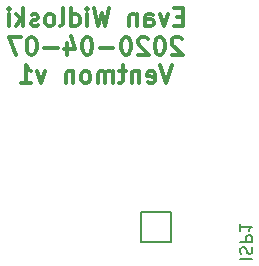
<source format=gbo>
G04 #@! TF.GenerationSoftware,KiCad,Pcbnew,5.99.0-unknown-r17607-a0698723*
G04 #@! TF.CreationDate,2020-04-07T11:59:44-05:00*
G04 #@! TF.ProjectId,pcb_proto,7063625f-7072-46f7-946f-2e6b69636164,rev?*
G04 #@! TF.SameCoordinates,Original*
G04 #@! TF.FileFunction,Legend,Bot*
G04 #@! TF.FilePolarity,Positive*
%FSLAX46Y46*%
G04 Gerber Fmt 4.6, Leading zero omitted, Abs format (unit mm)*
G04 Created by KiCad (PCBNEW 5.99.0-unknown-r17607-a0698723) date 2020-04-07 11:59:44*
%MOMM*%
%LPD*%
G01*
G04 APERTURE LIST*
%ADD10C,0.300000*%
%ADD11C,0.150000*%
G04 APERTURE END LIST*
D10*
X157217142Y-64787857D02*
X156717142Y-64787857D01*
X156502857Y-65573571D02*
X157217142Y-65573571D01*
X157217142Y-64073571D01*
X156502857Y-64073571D01*
X156002857Y-64573571D02*
X155645714Y-65573571D01*
X155288571Y-64573571D01*
X154074285Y-65573571D02*
X154074285Y-64787857D01*
X154145714Y-64645000D01*
X154288571Y-64573571D01*
X154574285Y-64573571D01*
X154717142Y-64645000D01*
X154074285Y-65502142D02*
X154217142Y-65573571D01*
X154574285Y-65573571D01*
X154717142Y-65502142D01*
X154788571Y-65359285D01*
X154788571Y-65216428D01*
X154717142Y-65073571D01*
X154574285Y-65002142D01*
X154217142Y-65002142D01*
X154074285Y-64930714D01*
X153360000Y-64573571D02*
X153360000Y-65573571D01*
X153360000Y-64716428D02*
X153288571Y-64645000D01*
X153145714Y-64573571D01*
X152931428Y-64573571D01*
X152788571Y-64645000D01*
X152717142Y-64787857D01*
X152717142Y-65573571D01*
X151002857Y-64073571D02*
X150645714Y-65573571D01*
X150360000Y-64502142D01*
X150074285Y-65573571D01*
X149717142Y-64073571D01*
X149145714Y-65573571D02*
X149145714Y-64573571D01*
X149145714Y-64073571D02*
X149217142Y-64145000D01*
X149145714Y-64216428D01*
X149074285Y-64145000D01*
X149145714Y-64073571D01*
X149145714Y-64216428D01*
X147788571Y-65573571D02*
X147788571Y-64073571D01*
X147788571Y-65502142D02*
X147931428Y-65573571D01*
X148217142Y-65573571D01*
X148360000Y-65502142D01*
X148431428Y-65430714D01*
X148502857Y-65287857D01*
X148502857Y-64859285D01*
X148431428Y-64716428D01*
X148360000Y-64645000D01*
X148217142Y-64573571D01*
X147931428Y-64573571D01*
X147788571Y-64645000D01*
X146860000Y-65573571D02*
X147002857Y-65502142D01*
X147074285Y-65359285D01*
X147074285Y-64073571D01*
X146074285Y-65573571D02*
X146217142Y-65502142D01*
X146288571Y-65430714D01*
X146360000Y-65287857D01*
X146360000Y-64859285D01*
X146288571Y-64716428D01*
X146217142Y-64645000D01*
X146074285Y-64573571D01*
X145860000Y-64573571D01*
X145717142Y-64645000D01*
X145645714Y-64716428D01*
X145574285Y-64859285D01*
X145574285Y-65287857D01*
X145645714Y-65430714D01*
X145717142Y-65502142D01*
X145860000Y-65573571D01*
X146074285Y-65573571D01*
X145002857Y-65502142D02*
X144860000Y-65573571D01*
X144574285Y-65573571D01*
X144431428Y-65502142D01*
X144360000Y-65359285D01*
X144360000Y-65287857D01*
X144431428Y-65145000D01*
X144574285Y-65073571D01*
X144788571Y-65073571D01*
X144931428Y-65002142D01*
X145002857Y-64859285D01*
X145002857Y-64787857D01*
X144931428Y-64645000D01*
X144788571Y-64573571D01*
X144574285Y-64573571D01*
X144431428Y-64645000D01*
X143717142Y-65573571D02*
X143717142Y-64073571D01*
X143574285Y-65002142D02*
X143145714Y-65573571D01*
X143145714Y-64573571D02*
X143717142Y-65145000D01*
X142502857Y-65573571D02*
X142502857Y-64573571D01*
X142502857Y-64073571D02*
X142574285Y-64145000D01*
X142502857Y-64216428D01*
X142431428Y-64145000D01*
X142502857Y-64073571D01*
X142502857Y-64216428D01*
X157145714Y-66631428D02*
X157074285Y-66560000D01*
X156931428Y-66488571D01*
X156574285Y-66488571D01*
X156431428Y-66560000D01*
X156360000Y-66631428D01*
X156288571Y-66774285D01*
X156288571Y-66917142D01*
X156360000Y-67131428D01*
X157217142Y-67988571D01*
X156288571Y-67988571D01*
X155360000Y-66488571D02*
X155217142Y-66488571D01*
X155074285Y-66560000D01*
X155002857Y-66631428D01*
X154931428Y-66774285D01*
X154860000Y-67060000D01*
X154860000Y-67417142D01*
X154931428Y-67702857D01*
X155002857Y-67845714D01*
X155074285Y-67917142D01*
X155217142Y-67988571D01*
X155360000Y-67988571D01*
X155502857Y-67917142D01*
X155574285Y-67845714D01*
X155645714Y-67702857D01*
X155717142Y-67417142D01*
X155717142Y-67060000D01*
X155645714Y-66774285D01*
X155574285Y-66631428D01*
X155502857Y-66560000D01*
X155360000Y-66488571D01*
X154288571Y-66631428D02*
X154217142Y-66560000D01*
X154074285Y-66488571D01*
X153717142Y-66488571D01*
X153574285Y-66560000D01*
X153502857Y-66631428D01*
X153431428Y-66774285D01*
X153431428Y-66917142D01*
X153502857Y-67131428D01*
X154360000Y-67988571D01*
X153431428Y-67988571D01*
X152502857Y-66488571D02*
X152360000Y-66488571D01*
X152217142Y-66560000D01*
X152145714Y-66631428D01*
X152074285Y-66774285D01*
X152002857Y-67060000D01*
X152002857Y-67417142D01*
X152074285Y-67702857D01*
X152145714Y-67845714D01*
X152217142Y-67917142D01*
X152360000Y-67988571D01*
X152502857Y-67988571D01*
X152645714Y-67917142D01*
X152717142Y-67845714D01*
X152788571Y-67702857D01*
X152860000Y-67417142D01*
X152860000Y-67060000D01*
X152788571Y-66774285D01*
X152717142Y-66631428D01*
X152645714Y-66560000D01*
X152502857Y-66488571D01*
X151360000Y-67417142D02*
X150217142Y-67417142D01*
X149217142Y-66488571D02*
X149074285Y-66488571D01*
X148931428Y-66560000D01*
X148860000Y-66631428D01*
X148788571Y-66774285D01*
X148717142Y-67060000D01*
X148717142Y-67417142D01*
X148788571Y-67702857D01*
X148860000Y-67845714D01*
X148931428Y-67917142D01*
X149074285Y-67988571D01*
X149217142Y-67988571D01*
X149360000Y-67917142D01*
X149431428Y-67845714D01*
X149502857Y-67702857D01*
X149574285Y-67417142D01*
X149574285Y-67060000D01*
X149502857Y-66774285D01*
X149431428Y-66631428D01*
X149360000Y-66560000D01*
X149217142Y-66488571D01*
X147431428Y-66988571D02*
X147431428Y-67988571D01*
X147788571Y-66417142D02*
X148145714Y-67488571D01*
X147217142Y-67488571D01*
X146645714Y-67417142D02*
X145502857Y-67417142D01*
X144502857Y-66488571D02*
X144360000Y-66488571D01*
X144217142Y-66560000D01*
X144145714Y-66631428D01*
X144074285Y-66774285D01*
X144002857Y-67060000D01*
X144002857Y-67417142D01*
X144074285Y-67702857D01*
X144145714Y-67845714D01*
X144217142Y-67917142D01*
X144360000Y-67988571D01*
X144502857Y-67988571D01*
X144645714Y-67917142D01*
X144717142Y-67845714D01*
X144788571Y-67702857D01*
X144860000Y-67417142D01*
X144860000Y-67060000D01*
X144788571Y-66774285D01*
X144717142Y-66631428D01*
X144645714Y-66560000D01*
X144502857Y-66488571D01*
X143502857Y-66488571D02*
X142502857Y-66488571D01*
X143145714Y-67988571D01*
X156324285Y-68903571D02*
X155824285Y-70403571D01*
X155324285Y-68903571D01*
X154252857Y-70332142D02*
X154395714Y-70403571D01*
X154681428Y-70403571D01*
X154824285Y-70332142D01*
X154895714Y-70189285D01*
X154895714Y-69617857D01*
X154824285Y-69475000D01*
X154681428Y-69403571D01*
X154395714Y-69403571D01*
X154252857Y-69475000D01*
X154181428Y-69617857D01*
X154181428Y-69760714D01*
X154895714Y-69903571D01*
X153538571Y-69403571D02*
X153538571Y-70403571D01*
X153538571Y-69546428D02*
X153467142Y-69475000D01*
X153324285Y-69403571D01*
X153110000Y-69403571D01*
X152967142Y-69475000D01*
X152895714Y-69617857D01*
X152895714Y-70403571D01*
X152395714Y-69403571D02*
X151824285Y-69403571D01*
X152181428Y-68903571D02*
X152181428Y-70189285D01*
X152110000Y-70332142D01*
X151967142Y-70403571D01*
X151824285Y-70403571D01*
X151324285Y-70403571D02*
X151324285Y-69403571D01*
X151324285Y-69546428D02*
X151252857Y-69475000D01*
X151110000Y-69403571D01*
X150895714Y-69403571D01*
X150752857Y-69475000D01*
X150681428Y-69617857D01*
X150681428Y-70403571D01*
X150681428Y-69617857D02*
X150610000Y-69475000D01*
X150467142Y-69403571D01*
X150252857Y-69403571D01*
X150110000Y-69475000D01*
X150038571Y-69617857D01*
X150038571Y-70403571D01*
X149110000Y-70403571D02*
X149252857Y-70332142D01*
X149324285Y-70260714D01*
X149395714Y-70117857D01*
X149395714Y-69689285D01*
X149324285Y-69546428D01*
X149252857Y-69475000D01*
X149110000Y-69403571D01*
X148895714Y-69403571D01*
X148752857Y-69475000D01*
X148681428Y-69546428D01*
X148610000Y-69689285D01*
X148610000Y-70117857D01*
X148681428Y-70260714D01*
X148752857Y-70332142D01*
X148895714Y-70403571D01*
X149110000Y-70403571D01*
X147967142Y-69403571D02*
X147967142Y-70403571D01*
X147967142Y-69546428D02*
X147895714Y-69475000D01*
X147752857Y-69403571D01*
X147538571Y-69403571D01*
X147395714Y-69475000D01*
X147324285Y-69617857D01*
X147324285Y-70403571D01*
X145610000Y-69403571D02*
X145252857Y-70403571D01*
X144895714Y-69403571D01*
X143538571Y-70403571D02*
X144395714Y-70403571D01*
X143967142Y-70403571D02*
X143967142Y-68903571D01*
X144110000Y-69117857D01*
X144252857Y-69260714D01*
X144395714Y-69332142D01*
D11*
X153670000Y-81280000D02*
X156210000Y-81280000D01*
X156210000Y-81280000D02*
X156210000Y-83820000D01*
X156210000Y-83820000D02*
X153670000Y-83820000D01*
X153670000Y-83820000D02*
X153670000Y-81280000D01*
X162107619Y-85272380D02*
X163107619Y-85272380D01*
X162155238Y-84843809D02*
X162107619Y-84700952D01*
X162107619Y-84462857D01*
X162155238Y-84367619D01*
X162202857Y-84320000D01*
X162298095Y-84272380D01*
X162393333Y-84272380D01*
X162488571Y-84320000D01*
X162536190Y-84367619D01*
X162583809Y-84462857D01*
X162631428Y-84653333D01*
X162679047Y-84748571D01*
X162726666Y-84796190D01*
X162821904Y-84843809D01*
X162917142Y-84843809D01*
X163012380Y-84796190D01*
X163060000Y-84748571D01*
X163107619Y-84653333D01*
X163107619Y-84415238D01*
X163060000Y-84272380D01*
X162107619Y-83843809D02*
X163107619Y-83843809D01*
X163107619Y-83462857D01*
X163060000Y-83367619D01*
X163012380Y-83320000D01*
X162917142Y-83272380D01*
X162774285Y-83272380D01*
X162679047Y-83320000D01*
X162631428Y-83367619D01*
X162583809Y-83462857D01*
X162583809Y-83843809D01*
X162107619Y-82320000D02*
X162107619Y-82891428D01*
X162107619Y-82605714D02*
X163107619Y-82605714D01*
X162964761Y-82700952D01*
X162869523Y-82796190D01*
X162821904Y-82891428D01*
M02*

</source>
